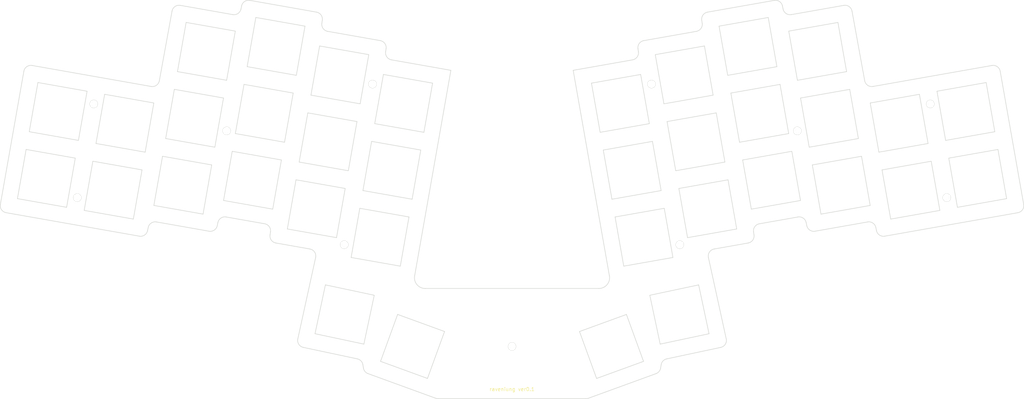
<source format=kicad_pcb>
(kicad_pcb (version 20240108) (generator "ergogen") (generator_version "4.1.0")
  (title_block (title "raveniung-top-plate") (date "2025-01-08") (rev "v1.0.0") (company "Unknown"))
  (layers (0 "F.Cu" signal) (31 "B.Cu" signal) (34 "B.Paste" user) (35 "F.Paste" user) (36 "B.SilkS" user "B.Silkscreen") (37 "F.SilkS" user "F.Silkscreen") (38 "B.Mask" user) (39 "F.Mask" user) (44 "Edge.Cuts" user))
  (net 0 "")
  (footprint "ceoloide:mounting_hole_npth" (layer "F.Cu") (at 211.6726941 162.9640498 0)
    (property "Reference" "MH1" hide)
    (pad "" np_thru_hole circle (at 0 0 0) (size 2.2 2.2) (drill 2.2) (layers "*.Cu" "*.Mask"))
  )
  (footprint "ceoloide:mounting_hole_npth" (layer "F.Cu") (at 172.5699953 89.4148782 -10)
    (property "Reference" "MH2" hide)
    (pad "" np_thru_hole circle (at 0 0 -10) (size 2.2 2.2) (drill 2.2) (layers "*.Cu" "*.Mask"))
  )
  (footprint "ceoloide:mounting_hole_npth" (layer "F.Cu") (at 250.7753929 89.4148782 10)
    (property "Reference" "MH3" hide)
    (pad "" np_thru_hole circle (at 0 0 10) (size 2.2 2.2) (drill 2.2) (layers "*.Cu" "*.Mask"))
  )
  (footprint "ceoloide:mounting_hole_npth" (layer "F.Cu") (at 164.6308007 134.44028849999998 -10)
    (property "Reference" "MH4" hide)
    (pad "" np_thru_hole circle (at 0 0 -10) (size 2.2 2.2) (drill 2.2) (layers "*.Cu" "*.Mask"))
  )
  (footprint "ceoloide:mounting_hole_npth" (layer "F.Cu") (at 258.7145875 134.44028849999998 10)
    (property "Reference" "MH5" hide)
    (pad "" np_thru_hole circle (at 0 0 10) (size 2.2 2.2) (drill 2.2) (layers "*.Cu" "*.Mask"))
  )
  (footprint "ceoloide:mounting_hole_npth" (layer "F.Cu") (at 131.673903 102.51486449999999 -10)
    (property "Reference" "MH6" hide)
    (pad "" np_thru_hole circle (at 0 0 -10) (size 2.2 2.2) (drill 2.2) (layers "*.Cu" "*.Mask"))
  )
  (footprint "ceoloide:mounting_hole_npth" (layer "F.Cu") (at 291.6714852 102.51486449999999 10)
    (property "Reference" "MH7" hide)
    (pad "" np_thru_hole circle (at 0 0 10) (size 2.2 2.2) (drill 2.2) (layers "*.Cu" "*.Mask"))
  )
  (footprint "ceoloide:mounting_hole_npth" (layer "F.Cu") (at 94.41660830000001 94.9782043 -10)
    (property "Reference" "MH8" hide)
    (pad "" np_thru_hole circle (at 0 0 -10) (size 2.2 2.2) (drill 2.2) (layers "*.Cu" "*.Mask"))
  )
  (footprint "ceoloide:mounting_hole_npth" (layer "F.Cu") (at 328.9287799 94.9782043 10)
    (property "Reference" "MH9" hide)
    (pad "" np_thru_hole circle (at 0 0 10) (size 2.2 2.2) (drill 2.2) (layers "*.Cu" "*.Mask"))
  )
  (footprint "ceoloide:mounting_hole_npth" (layer "F.Cu") (at 89.78541139999999 121.24302700000001 -10)
    (property "Reference" "MH10" hide)
    (pad "" np_thru_hole circle (at 0 0 -10) (size 2.2 2.2) (drill 2.2) (layers "*.Cu" "*.Mask"))
  )
  (footprint "ceoloide:mounting_hole_npth" (layer "F.Cu") (at 333.5599768 121.24302700000001 10)
    (property "Reference" "MH11" hide)
    (pad "" np_thru_hole circle (at 0 0 10) (size 2.2 2.2) (drill 2.2) (layers "*.Cu" "*.Mask"))
  )
  (gr_text "raveniung ver0.1" (at 211.6726941 174.9640498 0) (layer "F.SilkS") (effects (font (size 1 1))))
  (gr_line (start 68.22210256419443 123.14753146511805) (end 74.8051050498503 85.81346955523026) (layer Edge.Cuts) (stroke (width 0.15)))
  (gr_line (start 77.1220169327493 84.19115045221497) (end 110.47870194885546 90.07283393780968) (layer Edge.Cuts) (stroke (width 0.15)))
  (gr_line (start 112.79353043497484 88.46212981714007) (end 116.35329336502515 68.94770758285983) (layer Edge.Cuts) (stroke (width 0.15)))
  (gr_line (start 118.66812185114458 67.33700346219032) (end 133.3707088965673 69.92946624170504) (layer Edge.Cuts) (stroke (width 0.15)))
  (gr_line (start 135.67652300341257 68.36507692295379) (end 135.85499209542076 67.50250978268514) (layer Edge.Cuts) (stroke (width 0.15)))
  (gr_line (start 138.16080620226603 65.93812046393387) (end 156.8487790722699 69.23331434920884) (layer Edge.Cuts) (stroke (width 0.15)))
  (gr_line (start 158.48048287506944 71.49199425013512) (end 158.35317362429657 72.36358235420516) (layer Edge.Cuts) (stroke (width 0.15)))
  (gr_line (start 159.98487742709622 74.62226225513128) (end 174.73312691893094 77.22277663535186) (layer Edge.Cuts) (stroke (width 0.15)))
  (gr_line (start 176.36483073603196 79.48145653836718) (end 176.2375214639681 80.35304466163257) (layer Edge.Cuts) (stroke (width 0.15)))
  (gr_line (start 177.86922528106902 82.61172456464813) (end 194.357521859728 85.51905620301538) (layer Edge.Cuts) (stroke (width 0.15)))
  (gr_line (start 228.98786634027206 85.51905620301537) (end 245.47616291893098 82.61172456464814) (layer Edge.Cuts) (stroke (width 0.15)))
  (gr_line (start 247.10786673603192 80.35304466163257) (end 246.98055746396807 79.48145653836718) (layer Edge.Cuts) (stroke (width 0.15)))
  (gr_line (start 248.612261281069 77.22277663535188) (end 263.36051077290387 74.62226225513126) (layer Edge.Cuts) (stroke (width 0.15)))
  (gr_line (start 264.9922145757033 72.36358235420471) (end 264.86490532493053 71.49199425013512) (layer Edge.Cuts) (stroke (width 0.15)))
  (gr_line (start 266.4966091277301 69.23331434920884) (end 285.184581997734 65.93812046393387) (layer Edge.Cuts) (stroke (width 0.15)))
  (gr_line (start 287.49039610457925 67.50250978268514) (end 287.6688651965874 68.36507692295368) (layer Edge.Cuts) (stroke (width 0.15)))
  (gr_line (start 289.97467930343277 69.92946624170503) (end 304.6772663488554 67.33700346219034) (layer Edge.Cuts) (stroke (width 0.15)))
  (gr_line (start 306.9920948349748 68.94770758285972) (end 310.55185776502515 88.46212981714007) (layer Edge.Cuts) (stroke (width 0.15)))
  (gr_line (start 312.8666862511446 90.07283393780969) (end 346.22337126725074 84.19115045221498) (layer Edge.Cuts) (stroke (width 0.15)))
  (gr_line (start 348.5402831501498 85.81346955523054) (end 355.1232856358057 123.14753146511862) (layer Edge.Cuts) (stroke (width 0.15)))
  (gr_line (start 353.5009665156893 125.46444335103251) (end 316.1588956641296 132.0488579487289) (layer Edge.Cuts) (stroke (width 0.15)))
  (gr_line (start 313.85308159696643 130.484468821767) (end 313.67461240305227 129.6219012783231) (layer Edge.Cuts) (stroke (width 0.15)))
  (gr_line (start 311.3687983358891 128.05751215136146) (end 296.6205489115686 130.65802644027048) (layer Edge.Cuts) (stroke (width 0.15)))
  (gr_line (start 294.31473480472334 129.09363712151935) (end 294.1362656960905 128.2310698824142) (layer Edge.Cuts) (stroke (width 0.15)))
  (gr_line (start 291.83045158924523 126.66668056366294) (end 281.0219255279817 128.57251535093218) (layer Edge.Cuts) (stroke (width 0.15)))
  (gr_line (start 279.3902217251823 130.83119525185862) (end 279.51753097599465 131.702783356199) (layer Edge.Cuts) (stroke (width 0.15)))
  (gr_line (start 277.88582717319514 133.96146325712553) (end 268.3427588896366 135.64416373402705) (layer Edge.Cuts) (stroke (width 0.15)))
  (gr_line (start 266.73635456795927 138.04162681614525) (end 271.73013103808705 160.8449457999452) (layer Edge.Cuts) (stroke (width 0.15)))
  (gr_line (start 270.19225373351077 163.2290885790482) (end 255.04725881990566 166.4482565931388) (layer Edge.Cuts) (stroke (width 0.15)))
  (gr_line (start 253.49004710643908 168.07724077431567) (end 253.33135002617064 169.03386863273022) (layer Edge.Cuts) (stroke (width 0.15)))
  (gr_line (start 252.04235512440184 170.58594284604624) (end 233.0642399482946 177.4934119321394) (layer Edge.Cuts) (stroke (width 0.15)))
  (gr_line (start 232.38019973659684 177.6140267) (end 190.96518846340314 177.6140267) (layer Edge.Cuts) (stroke (width 0.15)))
  (gr_line (start 190.2811482517053 177.49341193213937) (end 171.30303307559814 170.58594284604627) (layer Edge.Cuts) (stroke (width 0.15)))
  (gr_line (start 170.01403817382942 169.03386863273022) (end 169.85534109356095 168.07724077431556) (layer Edge.Cuts) (stroke (width 0.15)))
  (gr_line (start 168.29812938009434 166.4482565931388) (end 153.15313446648926 163.22908857904824) (layer Edge.Cuts) (stroke (width 0.15)))
  (gr_line (start 151.61525716191295 160.84494579994532) (end 156.6090336320408 138.04162681614514) (layer Edge.Cuts) (stroke (width 0.15)))
  (gr_line (start 155.0026293103634 135.64416373402705) (end 145.45956102680492 133.96146325712553) (layer Edge.Cuts) (stroke (width 0.15)))
  (gr_line (start 143.82785722400533 131.70278335619912) (end 143.9551664748177 130.83119525185862) (layer Edge.Cuts) (stroke (width 0.15)))
  (gr_line (start 142.32346267201814 128.57251535093218) (end 131.51493661075477 126.66668056366294) (layer Edge.Cuts) (stroke (width 0.15)))
  (gr_line (start 129.2091225039095 128.2310698824141) (end 129.0306533952767 129.09363712151924) (layer Edge.Cuts) (stroke (width 0.15)))
  (gr_line (start 126.72483928843141 130.65802644027048) (end 111.97658986411092 128.05751215136146) (layer Edge.Cuts) (stroke (width 0.15)))
  (gr_line (start 109.6707757969478 129.62190127832298) (end 109.49230660303351 130.48446882176734) (layer Edge.Cuts) (stroke (width 0.15)))
  (gr_line (start 107.1864925358704 132.0488579487289) (end 69.84442168431079 125.46444335103253) (layer Edge.Cuts) (stroke (width 0.15)))
  (gr_arc (start 77.12201695286568 84.19115043812931) (mid 75.62756775286567 84.52246183812932) (end 74.80510505286567 85.81346953812931) (layer Edge.Cuts) (stroke (width 0.15)))
  (gr_arc (start 110.47870193175444 90.0728339347943) (mid 111.96831303175445 89.7448996347943) (end 112.79353043175445 88.4621298347943) (layer Edge.Cuts) (stroke (width 0.15)))
  (gr_arc (start 118.66812186824559 67.33700346520564) (mid 117.17851076824559 67.66493776520565) (end 116.35329336824559 68.94770756520565) (layer Edge.Cuts) (stroke (width 0.15)))
  (gr_arc (start 133.3707088794663 69.92946623868967) (mid 134.8408752794663 69.61489243868967) (end 135.67652297946628 68.36507693868967) (layer Edge.Cuts) (stroke (width 0.15)))
  (gr_arc (start 138.16080621936703 65.93812046694919) (mid 136.69063981936702 66.25269426694919) (end 135.85499211936704 67.50250976694919) (layer Edge.Cuts) (stroke (width 0.15)))
  (gr_arc (start 158.4804828893709 71.49199425222422) (mid 158.1226929893709 70.03174355222421) (end 156.8487790893709 69.23331435222421) (layer Edge.Cuts) (stroke (width 0.15)))
  (gr_arc (start 158.3531736099952 72.36358235211597) (mid 158.7109635099952 73.82383305211597) (end 159.9848774099952 74.62226225211597) (layer Edge.Cuts) (stroke (width 0.15)))
  (gr_arc (start 176.36483073603193 79.48145653836724) (mid 176.00704083603193 78.02120583836724) (end 174.73312693603194 77.22277663836724) (layer Edge.Cuts) (stroke (width 0.15)))
  (gr_arc (start 176.23752146396808 80.35304466163248) (mid 176.59531136396808 81.81329536163248) (end 177.86922526396808 82.61172456163249) (layer Edge.Cuts) (stroke (width 0.15)))
  (gr_arc (start 194.357521842627 85.51905620000001) (mid 194.444097142627 85.532374) (end 194.531172642627 85.5418882) (layer Edge.Cuts) (stroke (width 0.15)))
  (gr_arc (start 228.81421555737305 85.5418882) (mid 228.90129095737305 85.532374) (end 228.98786635737306 85.51905620000001) (layer Edge.Cuts) (stroke (width 0.15)))
  (gr_arc (start 245.47616293603193 82.61172456163277) (mid 246.75007683603192 81.81329536163277) (end 247.10786673603192 80.35304466163277) (layer Edge.Cuts) (stroke (width 0.15)))
  (gr_arc (start 248.61226126396804 77.22277663836726) (mid 247.33834736396804 78.02120583836727) (end 246.98055746396804 79.48145653836727) (layer Edge.Cuts) (stroke (width 0.15)))
  (gr_arc (start 263.36051079000487 74.62226225211589) (mid 264.63442469000483 73.82383305211589) (end 264.99221459000483 72.36358235211588) (layer Edge.Cuts) (stroke (width 0.15)))
  (gr_arc (start 266.4966091106291 69.23331435222431) (mid 265.2226952106291 70.03174355222431) (end 264.8649053106291 71.49199425222432) (layer Edge.Cuts) (stroke (width 0.15)))
  (gr_arc (start 287.490396080633 67.50250976694925) (mid 286.65474838063295 66.25269426694925) (end 285.18458198063297 65.93812046694924) (layer Edge.Cuts) (stroke (width 0.15)))
  (gr_arc (start 287.6688652205337 68.36507693868951) (mid 288.5045129205337 69.61489243868951) (end 289.9746793205337 69.92946623868951) (layer Edge.Cuts) (stroke (width 0.15)))
  (gr_arc (start 306.99209483175446 68.9477075652057) (mid 306.1668774317544 67.6649377652057) (end 304.6772663317544 67.3370034652057) (layer Edge.Cuts) (stroke (width 0.15)))
  (gr_arc (start 310.55185776824555 88.46212983479437) (mid 311.3770751682456 89.74489963479436) (end 312.8666862682456 90.07283393479437) (layer Edge.Cuts) (stroke (width 0.15)))
  (gr_arc (start 348.54028314713435 85.81346953812931) (mid 347.7178204471344 84.52246183812932) (end 346.22337124713437 84.19115043812931) (layer Edge.Cuts) (stroke (width 0.15)))
  (gr_arc (start 353.5009665327903 125.4644433480174) (mid 354.7919742327903 124.6419806480174) (end 355.12328563279027 123.14753144801739) (layer Edge.Cuts) (stroke (width 0.15)))
  (gr_arc (start 313.85308158123064 130.4844688457135) (mid 314.68872938123064 131.7342841457135) (end 316.15889568123066 132.0488579457135) (layer Edge.Cuts) (stroke (width 0.15)))
  (gr_arc (start 313.6746124187881 129.62190125437695) (mid 312.8389646187881 128.37208595437696) (end 311.3687983187881 128.05751215437695) (layer Edge.Cuts) (stroke (width 0.15)))
  (gr_arc (start 294.3147348286696 129.0936371372551) (mid 295.15038252866964 130.3434526372551) (end 296.6205489286696 130.6580264372551) (layer Edge.Cuts) (stroke (width 0.15)))
  (gr_arc (start 294.13626567214425 128.23106986667838) (mid 293.3006179721442 126.98125436667837) (end 291.8304515721442 126.66668056667837) (layer Edge.Cuts) (stroke (width 0.15)))
  (gr_arc (start 281.02192551088075 128.57251535394755) (mid 279.7480116108808 129.37094455394757) (end 279.3902217108808 130.83119525394756) (layer Edge.Cuts) (stroke (width 0.15)))
  (gr_arc (start 277.88582719029614 133.96146325411004) (mid 279.1597410902961 133.16303405411003) (end 279.5175309902961 131.70278335411004) (layer Edge.Cuts) (stroke (width 0.15)))
  (gr_arc (start 268.34275887253557 135.64416373704242) (mid 267.0285486725356 136.50049773704242) (end 266.73635457253556 138.04162683704243) (layer Edge.Cuts) (stroke (width 0.15)))
  (gr_arc (start 270.1922537335107 163.22908857904815) (mid 271.4571133335107 162.35690807904814) (end 271.7301310335107 160.84494577904815) (layer Edge.Cuts) (stroke (width 0.15)))
  (gr_arc (start 255.04725881990566 166.4482565931388) (mid 254.01737871990565 167.0225454931388) (end 253.49004711990565 168.0772407931388) (layer Edge.Cuts) (stroke (width 0.15)))
  (gr_arc (start 252.04235511270403 170.58594291390685) (mid 252.89690061270403 169.98435031390684) (end 253.33135001270404 169.03386871390686) (layer Edge.Cuts) (stroke (width 0.15)))
  (gr_arc (start 232.38019973659684 177.6140267) (mid 232.72749603659685 177.5836422) (end 233.06423993659683 177.493412) (layer Edge.Cuts) (stroke (width 0.15)))
  (gr_arc (start 190.28114826340314 177.493412) (mid 190.61789216340313 177.5836422) (end 190.96518846340314 177.6140267) (layer Edge.Cuts) (stroke (width 0.15)))
  (gr_arc (start 170.01403818729597 169.03386861390692) (mid 170.44848758729597 169.9843502139069) (end 171.30303308729597 170.5859429139069) (layer Edge.Cuts) (stroke (width 0.15)))
  (gr_arc (start 169.85534108009435 168.0772407931388) (mid 169.32800948009435 167.0225454931388) (end 168.29812938009434 166.4482565931388) (layer Edge.Cuts) (stroke (width 0.15)))
  (gr_arc (start 151.6152571664893 160.84494577904823) (mid 151.88827486648933 162.35690807904822) (end 153.15313446648932 163.22908857904824) (layer Edge.Cuts) (stroke (width 0.15)))
  (gr_arc (start 156.60903362746444 138.04162683704232) (mid 156.31683952746442 136.5004977370423) (end 155.00262932746443 135.6441637370423) (layer Edge.Cuts) (stroke (width 0.15)))
  (gr_arc (start 143.8278572097039 131.70278335411015) (mid 144.1856471097039 133.16303405411014) (end 145.4595610097039 133.96146325411016) (layer Edge.Cuts) (stroke (width 0.15)))
  (gr_arc (start 143.95516648911914 130.83119525394758) (mid 143.59737658911914 129.3709445539476) (end 142.32346268911914 128.57251535394758) (layer Edge.Cuts) (stroke (width 0.15)))
  (gr_arc (start 131.51493662785577 126.66668056667831) (mid 130.04477022785576 126.98125436667831) (end 129.20912252785578 128.23106986667833) (layer Edge.Cuts) (stroke (width 0.15)))
  (gr_arc (start 126.7248392713304 130.6580264372552) (mid 128.1950056713304 130.34345263725518) (end 129.0306533713304 129.09363713725517) (layer Edge.Cuts) (stroke (width 0.15)))
  (gr_arc (start 111.97658988121192 128.0575121543768) (mid 110.50642358121192 128.37208595437681) (end 109.67077578121192 129.6219012543768) (layer Edge.Cuts) (stroke (width 0.15)))
  (gr_arc (start 107.18649251876938 132.0488579457136) (mid 108.65665881876939 131.7342841457136) (end 109.49230661876939 130.4844688457136) (layer Edge.Cuts) (stroke (width 0.15)))
  (gr_arc (start 68.22210256720979 123.14753144801715) (mid 68.55341396720979 124.64198064801715) (end 69.84442166720979 125.46444334801716) (layer Edge.Cuts) (stroke (width 0.15)))
  (gr_line (start 73.006766 121.5237101) (end 86.7940745 123.9547846) (layer Edge.Cuts) (stroke (width 0.15)))
  (gr_line (start 86.7940745 123.9547846) (end 89.22514899999999 110.1674761) (layer Edge.Cuts) (stroke (width 0.15)))
  (gr_line (start 89.22514899999999 110.1674761) (end 75.4378405 107.73640160000001) (layer Edge.Cuts) (stroke (width 0.15)))
  (gr_line (start 75.4378405 107.73640160000001) (end 73.006766 121.5237101) (layer Edge.Cuts) (stroke (width 0.15)))
  (gr_line (start 76.31476380000001 102.7631224) (end 90.1020723 105.1941969) (layer Edge.Cuts) (stroke (width 0.15)))
  (gr_line (start 90.1020723 105.1941969) (end 92.5331468 91.4068884) (layer Edge.Cuts) (stroke (width 0.15)))
  (gr_line (start 92.5331468 91.4068884) (end 78.7458383 88.9758139) (layer Edge.Cuts) (stroke (width 0.15)))
  (gr_line (start 78.7458383 88.9758139) (end 76.31476380000001 102.7631224) (layer Edge.Cuts) (stroke (width 0.15)))
  (gr_line (start 91.7181133 124.8230254) (end 105.5054218 127.2540999) (layer Edge.Cuts) (stroke (width 0.15)))
  (gr_line (start 105.5054218 127.2540999) (end 107.93649629999999 113.4667914) (layer Edge.Cuts) (stroke (width 0.15)))
  (gr_line (start 107.93649629999999 113.4667914) (end 94.14918779999999 111.03571690000001) (layer Edge.Cuts) (stroke (width 0.15)))
  (gr_line (start 94.14918779999999 111.03571690000001) (end 91.7181133 124.8230254) (layer Edge.Cuts) (stroke (width 0.15)))
  (gr_line (start 95.02611110000001 106.0624377) (end 108.8134196 108.4935122) (layer Edge.Cuts) (stroke (width 0.15)))
  (gr_line (start 108.8134196 108.4935122) (end 111.2444941 94.7062037) (layer Edge.Cuts) (stroke (width 0.15)))
  (gr_line (start 111.2444941 94.7062037) (end 97.4571856 92.27512920000001) (layer Edge.Cuts) (stroke (width 0.15)))
  (gr_line (start 97.4571856 92.27512920000001) (end 95.02611110000001 106.0624377) (layer Edge.Cuts) (stroke (width 0.15)))
  (gr_line (start 111.25646010000001 123.4321939) (end 125.0437686 125.8632684) (layer Edge.Cuts) (stroke (width 0.15)))
  (gr_line (start 125.0437686 125.8632684) (end 127.4748431 112.0759599) (layer Edge.Cuts) (stroke (width 0.15)))
  (gr_line (start 127.4748431 112.0759599) (end 113.6875346 109.6448854) (layer Edge.Cuts) (stroke (width 0.15)))
  (gr_line (start 113.6875346 109.6448854) (end 111.25646010000001 123.4321939) (layer Edge.Cuts) (stroke (width 0.15)))
  (gr_line (start 114.56445790000001 104.6716062) (end 128.3517664 107.1026807) (layer Edge.Cuts) (stroke (width 0.15)))
  (gr_line (start 128.3517664 107.1026807) (end 130.7828409 93.3153722) (layer Edge.Cuts) (stroke (width 0.15)))
  (gr_line (start 130.7828409 93.3153722) (end 116.9955324 90.8842977) (layer Edge.Cuts) (stroke (width 0.15)))
  (gr_line (start 116.9955324 90.8842977) (end 114.56445790000001 104.6716062) (layer Edge.Cuts) (stroke (width 0.15)))
  (gr_line (start 117.8724557 85.9110185) (end 131.65976419999998 88.34209299999999) (layer Edge.Cuts) (stroke (width 0.15)))
  (gr_line (start 131.65976419999998 88.34209299999999) (end 134.0908387 74.5547845) (layer Edge.Cuts) (stroke (width 0.15)))
  (gr_line (start 134.0908387 74.5547845) (end 120.3035302 72.12371) (layer Edge.Cuts) (stroke (width 0.15)))
  (gr_line (start 120.3035302 72.12371) (end 117.8724557 85.9110185) (layer Edge.Cuts) (stroke (width 0.15)))
  (gr_line (start 130.7948068 122.0413623) (end 144.5821153 124.4724368) (layer Edge.Cuts) (stroke (width 0.15)))
  (gr_line (start 144.5821153 124.4724368) (end 147.01318980000002 110.6851283) (layer Edge.Cuts) (stroke (width 0.15)))
  (gr_line (start 147.01318980000002 110.6851283) (end 133.22588130000003 108.25405380000001) (layer Edge.Cuts) (stroke (width 0.15)))
  (gr_line (start 133.22588130000003 108.25405380000001) (end 130.7948068 122.0413623) (layer Edge.Cuts) (stroke (width 0.15)))
  (gr_line (start 134.10280459999998 103.2807747) (end 147.8901131 105.71184919999999) (layer Edge.Cuts) (stroke (width 0.15)))
  (gr_line (start 147.8901131 105.71184919999999) (end 150.3211876 91.9245407) (layer Edge.Cuts) (stroke (width 0.15)))
  (gr_line (start 150.3211876 91.9245407) (end 136.53387909999998 89.4934662) (layer Edge.Cuts) (stroke (width 0.15)))
  (gr_line (start 136.53387909999998 89.4934662) (end 134.10280459999998 103.2807747) (layer Edge.Cuts) (stroke (width 0.15)))
  (gr_line (start 137.4108024 84.520187) (end 151.19811090000002 86.9512615) (layer Edge.Cuts) (stroke (width 0.15)))
  (gr_line (start 151.19811090000002 86.9512615) (end 153.6291854 73.163953) (layer Edge.Cuts) (stroke (width 0.15)))
  (gr_line (start 153.6291854 73.163953) (end 139.8418769 70.73287850000001) (layer Edge.Cuts) (stroke (width 0.15)))
  (gr_line (start 139.8418769 70.73287850000001) (end 137.4108024 84.520187) (layer Edge.Cuts) (stroke (width 0.15)))
  (gr_line (start 148.6791547 130.03082460000002) (end 162.46646320000002 132.4618991) (layer Edge.Cuts) (stroke (width 0.15)))
  (gr_line (start 162.46646320000002 132.4618991) (end 164.89753770000002 118.6745906) (layer Edge.Cuts) (stroke (width 0.15)))
  (gr_line (start 164.89753770000002 118.6745906) (end 151.1102292 116.24351610000001) (layer Edge.Cuts) (stroke (width 0.15)))
  (gr_line (start 151.1102292 116.24351610000001) (end 148.6791547 130.03082460000002) (layer Edge.Cuts) (stroke (width 0.15)))
  (gr_line (start 151.98715249999998 111.270237) (end 165.77446099999997 113.70131149999999) (layer Edge.Cuts) (stroke (width 0.15)))
  (gr_line (start 165.77446099999997 113.70131149999999) (end 168.2055355 99.914003) (layer Edge.Cuts) (stroke (width 0.15)))
  (gr_line (start 168.2055355 99.914003) (end 154.418227 97.4829285) (layer Edge.Cuts) (stroke (width 0.15)))
  (gr_line (start 154.418227 97.4829285) (end 151.98715249999998 111.270237) (layer Edge.Cuts) (stroke (width 0.15)))
  (gr_line (start 155.2951503 92.5096493) (end 169.08245879999998 94.9407238) (layer Edge.Cuts) (stroke (width 0.15)))
  (gr_line (start 169.08245879999998 94.9407238) (end 171.5135333 81.1534153) (layer Edge.Cuts) (stroke (width 0.15)))
  (gr_line (start 171.5135333 81.1534153) (end 157.7262248 78.72234080000001) (layer Edge.Cuts) (stroke (width 0.15)))
  (gr_line (start 157.7262248 78.72234080000001) (end 155.2951503 92.5096493) (layer Edge.Cuts) (stroke (width 0.15)))
  (gr_line (start 166.5635026 138.02028689999997) (end 180.3508111 140.4513614) (layer Edge.Cuts) (stroke (width 0.15)))
  (gr_line (start 180.3508111 140.4513614) (end 182.7818856 126.66405289999999) (layer Edge.Cuts) (stroke (width 0.15)))
  (gr_line (start 182.7818856 126.66405289999999) (end 168.99457710000001 124.2329784) (layer Edge.Cuts) (stroke (width 0.15)))
  (gr_line (start 168.99457710000001 124.2329784) (end 166.5635026 138.02028689999997) (layer Edge.Cuts) (stroke (width 0.15)))
  (gr_line (start 169.8715004 119.2596993) (end 183.6588089 121.69077379999999) (layer Edge.Cuts) (stroke (width 0.15)))
  (gr_line (start 183.6588089 121.69077379999999) (end 186.08988340000002 107.9034653) (layer Edge.Cuts) (stroke (width 0.15)))
  (gr_line (start 186.08988340000002 107.9034653) (end 172.30257490000002 105.4723908) (layer Edge.Cuts) (stroke (width 0.15)))
  (gr_line (start 172.30257490000002 105.4723908) (end 169.8715004 119.2596993) (layer Edge.Cuts) (stroke (width 0.15)))
  (gr_line (start 173.1794981 100.4991116) (end 186.96680659999998 102.9301861) (layer Edge.Cuts) (stroke (width 0.15)))
  (gr_line (start 186.96680659999998 102.9301861) (end 189.3978811 89.1428776) (layer Edge.Cuts) (stroke (width 0.15)))
  (gr_line (start 189.3978811 89.1428776) (end 175.6105726 86.71180310000001) (layer Edge.Cuts) (stroke (width 0.15)))
  (gr_line (start 175.6105726 86.71180310000001) (end 173.1794981 100.4991116) (layer Edge.Cuts) (stroke (width 0.15)))
  (gr_line (start 336.55131370000004 123.9547846) (end 350.33862220000003 121.5237101) (layer Edge.Cuts) (stroke (width 0.15)))
  (gr_line (start 350.33862220000003 121.5237101) (end 347.9075477 107.73640160000001) (layer Edge.Cuts) (stroke (width 0.15)))
  (gr_line (start 347.9075477 107.73640160000001) (end 334.1202392 110.1674761) (layer Edge.Cuts) (stroke (width 0.15)))
  (gr_line (start 334.1202392 110.1674761) (end 336.55131370000004 123.9547846) (layer Edge.Cuts) (stroke (width 0.15)))
  (gr_line (start 333.2433159 105.1941969) (end 347.0306244 102.7631224) (layer Edge.Cuts) (stroke (width 0.15)))
  (gr_line (start 347.0306244 102.7631224) (end 344.5995499 88.9758139) (layer Edge.Cuts) (stroke (width 0.15)))
  (gr_line (start 344.5995499 88.9758139) (end 330.8122414 91.4068884) (layer Edge.Cuts) (stroke (width 0.15)))
  (gr_line (start 330.8122414 91.4068884) (end 333.2433159 105.1941969) (layer Edge.Cuts) (stroke (width 0.15)))
  (gr_line (start 317.83996640000004 127.2540999) (end 331.62727490000003 124.8230254) (layer Edge.Cuts) (stroke (width 0.15)))
  (gr_line (start 331.62727490000003 124.8230254) (end 329.1962004 111.03571690000001) (layer Edge.Cuts) (stroke (width 0.15)))
  (gr_line (start 329.1962004 111.03571690000001) (end 315.4088919 113.4667914) (layer Edge.Cuts) (stroke (width 0.15)))
  (gr_line (start 315.4088919 113.4667914) (end 317.83996640000004 127.2540999) (layer Edge.Cuts) (stroke (width 0.15)))
  (gr_line (start 314.5319686 108.4935122) (end 328.3192771 106.0624377) (layer Edge.Cuts) (stroke (width 0.15)))
  (gr_line (start 328.3192771 106.0624377) (end 325.8882026 92.27512920000001) (layer Edge.Cuts) (stroke (width 0.15)))
  (gr_line (start 325.8882026 92.27512920000001) (end 312.1008941 94.7062037) (layer Edge.Cuts) (stroke (width 0.15)))
  (gr_line (start 312.1008941 94.7062037) (end 314.5319686 108.4935122) (layer Edge.Cuts) (stroke (width 0.15)))
  (gr_line (start 298.30161960000004 125.8632684) (end 312.08892810000003 123.4321939) (layer Edge.Cuts) (stroke (width 0.15)))
  (gr_line (start 312.08892810000003 123.4321939) (end 309.6578536 109.6448854) (layer Edge.Cuts) (stroke (width 0.15)))
  (gr_line (start 309.6578536 109.6448854) (end 295.8705451 112.0759599) (layer Edge.Cuts) (stroke (width 0.15)))
  (gr_line (start 295.8705451 112.0759599) (end 298.30161960000004 125.8632684) (layer Edge.Cuts) (stroke (width 0.15)))
  (gr_line (start 294.9936218 107.1026807) (end 308.7809303 104.6716062) (layer Edge.Cuts) (stroke (width 0.15)))
  (gr_line (start 308.7809303 104.6716062) (end 306.3498558 90.8842977) (layer Edge.Cuts) (stroke (width 0.15)))
  (gr_line (start 306.3498558 90.8842977) (end 292.5625473 93.3153722) (layer Edge.Cuts) (stroke (width 0.15)))
  (gr_line (start 292.5625473 93.3153722) (end 294.9936218 107.1026807) (layer Edge.Cuts) (stroke (width 0.15)))
  (gr_line (start 291.685624 88.34209299999999) (end 305.4729325 85.9110185) (layer Edge.Cuts) (stroke (width 0.15)))
  (gr_line (start 305.4729325 85.9110185) (end 303.041858 72.12371) (layer Edge.Cuts) (stroke (width 0.15)))
  (gr_line (start 303.041858 72.12371) (end 289.2545495 74.5547845) (layer Edge.Cuts) (stroke (width 0.15)))
  (gr_line (start 289.2545495 74.5547845) (end 291.685624 88.34209299999999) (layer Edge.Cuts) (stroke (width 0.15)))
  (gr_line (start 278.7632729 124.4724368) (end 292.5505814 122.0413623) (layer Edge.Cuts) (stroke (width 0.15)))
  (gr_line (start 292.5505814 122.0413623) (end 290.1195069 108.25405380000001) (layer Edge.Cuts) (stroke (width 0.15)))
  (gr_line (start 290.1195069 108.25405380000001) (end 276.3321984 110.6851283) (layer Edge.Cuts) (stroke (width 0.15)))
  (gr_line (start 276.3321984 110.6851283) (end 278.7632729 124.4724368) (layer Edge.Cuts) (stroke (width 0.15)))
  (gr_line (start 275.45527510000005 105.71184919999999) (end 289.24258360000005 103.2807747) (layer Edge.Cuts) (stroke (width 0.15)))
  (gr_line (start 289.24258360000005 103.2807747) (end 286.8115091 89.4934662) (layer Edge.Cuts) (stroke (width 0.15)))
  (gr_line (start 286.8115091 89.4934662) (end 273.02420060000003 91.9245407) (layer Edge.Cuts) (stroke (width 0.15)))
  (gr_line (start 273.02420060000003 91.9245407) (end 275.45527510000005 105.71184919999999) (layer Edge.Cuts) (stroke (width 0.15)))
  (gr_line (start 272.1472773 86.9512615) (end 285.9345858 84.520187) (layer Edge.Cuts) (stroke (width 0.15)))
  (gr_line (start 285.9345858 84.520187) (end 283.50351129999996 70.73287850000001) (layer Edge.Cuts) (stroke (width 0.15)))
  (gr_line (start 283.50351129999996 70.73287850000001) (end 269.71620279999996 73.163953) (layer Edge.Cuts) (stroke (width 0.15)))
  (gr_line (start 269.71620279999996 73.163953) (end 272.1472773 86.9512615) (layer Edge.Cuts) (stroke (width 0.15)))
  (gr_line (start 260.87892500000004 132.4618991) (end 274.66623350000003 130.03082460000002) (layer Edge.Cuts) (stroke (width 0.15)))
  (gr_line (start 274.66623350000003 130.03082460000002) (end 272.235159 116.24351610000001) (layer Edge.Cuts) (stroke (width 0.15)))
  (gr_line (start 272.235159 116.24351610000001) (end 258.4478505 118.6745906) (layer Edge.Cuts) (stroke (width 0.15)))
  (gr_line (start 258.4478505 118.6745906) (end 260.87892500000004 132.4618991) (layer Edge.Cuts) (stroke (width 0.15)))
  (gr_line (start 257.5709272 113.70131149999999) (end 271.3582357 111.270237) (layer Edge.Cuts) (stroke (width 0.15)))
  (gr_line (start 271.3582357 111.270237) (end 268.9271612 97.4829285) (layer Edge.Cuts) (stroke (width 0.15)))
  (gr_line (start 268.9271612 97.4829285) (end 255.1398527 99.914003) (layer Edge.Cuts) (stroke (width 0.15)))
  (gr_line (start 255.1398527 99.914003) (end 257.5709272 113.70131149999999) (layer Edge.Cuts) (stroke (width 0.15)))
  (gr_line (start 254.26292940000002 94.9407238) (end 268.0502379 92.5096493) (layer Edge.Cuts) (stroke (width 0.15)))
  (gr_line (start 268.0502379 92.5096493) (end 265.6191634 78.72234080000001) (layer Edge.Cuts) (stroke (width 0.15)))
  (gr_line (start 265.6191634 78.72234080000001) (end 251.8318549 81.1534153) (layer Edge.Cuts) (stroke (width 0.15)))
  (gr_line (start 251.8318549 81.1534153) (end 254.26292940000002 94.9407238) (layer Edge.Cuts) (stroke (width 0.15)))
  (gr_line (start 242.99457710000001 140.4513614) (end 256.7818856 138.02028689999997) (layer Edge.Cuts) (stroke (width 0.15)))
  (gr_line (start 256.7818856 138.02028689999997) (end 254.3508111 124.2329784) (layer Edge.Cuts) (stroke (width 0.15)))
  (gr_line (start 254.3508111 124.2329784) (end 240.5635026 126.66405289999999) (layer Edge.Cuts) (stroke (width 0.15)))
  (gr_line (start 240.5635026 126.66405289999999) (end 242.99457710000001 140.4513614) (layer Edge.Cuts) (stroke (width 0.15)))
  (gr_line (start 239.6865793 121.69077379999999) (end 253.4738878 119.2596993) (layer Edge.Cuts) (stroke (width 0.15)))
  (gr_line (start 253.4738878 119.2596993) (end 251.04281329999998 105.4723908) (layer Edge.Cuts) (stroke (width 0.15)))
  (gr_line (start 251.04281329999998 105.4723908) (end 237.25550479999998 107.9034653) (layer Edge.Cuts) (stroke (width 0.15)))
  (gr_line (start 237.25550479999998 107.9034653) (end 239.6865793 121.69077379999999) (layer Edge.Cuts) (stroke (width 0.15)))
  (gr_line (start 236.37858160000002 102.9301861) (end 250.1658901 100.4991116) (layer Edge.Cuts) (stroke (width 0.15)))
  (gr_line (start 250.1658901 100.4991116) (end 247.7348156 86.71180310000001) (layer Edge.Cuts) (stroke (width 0.15)))
  (gr_line (start 247.7348156 86.71180310000001) (end 233.9475071 89.1428776) (layer Edge.Cuts) (stroke (width 0.15)))
  (gr_line (start 233.9475071 89.1428776) (end 236.37858160000002 102.9301861) (layer Edge.Cuts) (stroke (width 0.15)))
  (gr_line (start 174.8091489 167.1477571) (end 187.9648455 171.9360391) (layer Edge.Cuts) (stroke (width 0.15)))
  (gr_line (start 187.9648455 171.9360391) (end 192.75312749999998 158.7803425) (layer Edge.Cuts) (stroke (width 0.15)))
  (gr_line (start 192.75312749999998 158.7803425) (end 179.59743089999998 153.9920605) (layer Edge.Cuts) (stroke (width 0.15)))
  (gr_line (start 179.59743089999998 153.9920605) (end 174.8091489 167.1477571) (layer Edge.Cuts) (stroke (width 0.15)))
  (gr_line (start 235.3805427 171.9360391) (end 248.5362393 167.1477571) (layer Edge.Cuts) (stroke (width 0.15)))
  (gr_line (start 248.5362393 167.1477571) (end 243.74795730000002 153.9920605) (layer Edge.Cuts) (stroke (width 0.15)))
  (gr_line (start 243.74795730000002 153.9920605) (end 230.59226070000003 158.7803425) (layer Edge.Cuts) (stroke (width 0.15)))
  (gr_line (start 230.59226070000003 158.7803425) (end 235.3805427 171.9360391) (layer Edge.Cuts) (stroke (width 0.15)))
  (gr_line (start 156.43901269999998 159.3985547) (end 170.13307909999997 162.3093183) (layer Edge.Cuts) (stroke (width 0.15)))
  (gr_line (start 170.13307909999997 162.3093183) (end 173.04384269999997 148.6152519) (layer Edge.Cuts) (stroke (width 0.15)))
  (gr_line (start 173.04384269999997 148.6152519) (end 159.34977629999997 145.7044883) (layer Edge.Cuts) (stroke (width 0.15)))
  (gr_line (start 159.34977629999997 145.7044883) (end 156.43901269999998 159.3985547) (layer Edge.Cuts) (stroke (width 0.15)))
  (gr_line (start 253.21230910000003 162.3093183) (end 266.9063755 159.3985547) (layer Edge.Cuts) (stroke (width 0.15)))
  (gr_line (start 266.9063755 159.3985547) (end 263.99561190000003 145.7044883) (layer Edge.Cuts) (stroke (width 0.15)))
  (gr_line (start 263.99561190000003 145.7044883) (end 250.30154550000003 148.6152519) (layer Edge.Cuts) (stroke (width 0.15)))
  (gr_line (start 250.30154550000003 148.6152519) (end 253.21230910000003 162.3093183) (layer Edge.Cuts) (stroke (width 0.15)))
  (gr_line (start 228.81421555737305 85.5418882) (end 238.9787824762016 143.18801182011657) (layer Edge.Cuts) (stroke (width 0.15)))
  (gr_line (start 236.02435919028719 146.70895639999998) (end 187.32102900971284 146.70895639999998) (layer Edge.Cuts) (stroke (width 0.15)))
  (gr_line (start 184.3666057237985 143.18801182011612) (end 194.531172642627 85.5418882) (layer Edge.Cuts) (stroke (width 0.15)))
  (gr_arc (start 236.02435919028719 146.70895640000003) (mid 238.32249249028717 145.63731920000004) (end 238.9787824902872 143.18801180000003) (layer Edge.Cuts) (stroke (width 0.15)))
  (gr_arc (start 184.36660570971284 143.18801179999997) (mid 185.02289560971283 145.63731919999998) (end 187.32102900971284 146.70895649999997) (layer Edge.Cuts) (stroke (width 0.15)))
  (gr_circle (center 211.6726941 162.9640498) (end 212.7726941 162.9640498) (layer Edge.Cuts) (stroke (width 0.15)) (fill none))
  (gr_circle (center 172.5699953 89.4148782) (end 173.66999529999998 89.4148782) (layer Edge.Cuts) (stroke (width 0.15)) (fill none))
  (gr_circle (center 250.7753929 89.4148782) (end 251.8753929 89.4148782) (layer Edge.Cuts) (stroke (width 0.15)) (fill none))
  (gr_circle (center 164.6308007 134.44028849999998) (end 165.7308007 134.44028849999998) (layer Edge.Cuts) (stroke (width 0.15)) (fill none))
  (gr_circle (center 258.7145875 134.44028849999998) (end 259.8145875 134.44028849999998) (layer Edge.Cuts) (stroke (width 0.15)) (fill none))
  (gr_circle (center 131.673903 102.51486449999999) (end 132.773903 102.51486449999999) (layer Edge.Cuts) (stroke (width 0.15)) (fill none))
  (gr_circle (center 291.6714852 102.51486449999999) (end 292.77148520000003 102.51486449999999) (layer Edge.Cuts) (stroke (width 0.15)) (fill none))
  (gr_circle (center 94.41660830000001 94.9782043) (end 95.5166083 94.9782043) (layer Edge.Cuts) (stroke (width 0.15)) (fill none))
  (gr_circle (center 328.9287799 94.9782043) (end 330.0287799 94.9782043) (layer Edge.Cuts) (stroke (width 0.15)) (fill none))
  (gr_circle (center 89.78541139999999 121.24302700000001) (end 90.88541139999998 121.24302700000001) (layer Edge.Cuts) (stroke (width 0.15)) (fill none))
  (gr_circle (center 333.5599768 121.24302700000001) (end 334.65997680000004 121.24302700000001) (layer Edge.Cuts) (stroke (width 0.15)) (fill none))
)
</source>
